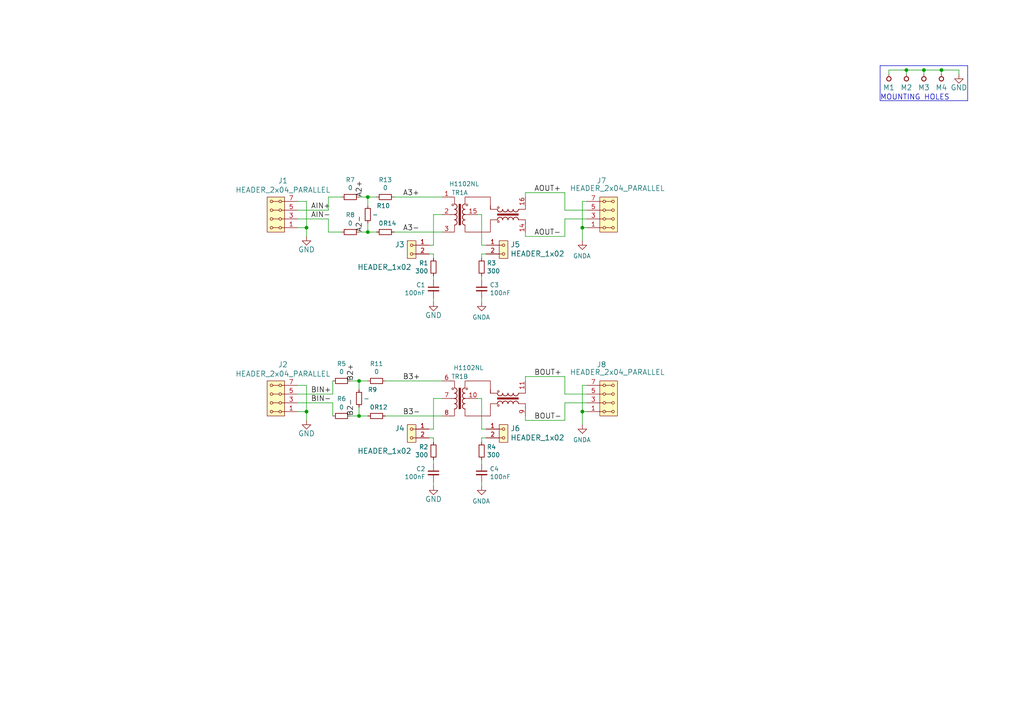
<source format=kicad_sch>
(kicad_sch (version 20230121) (generator eeschema)
  (paper "A4")
  (title_block (title "SYMTRANS01A") (date "%F") (rev "REV") (company "Mlab www.mlab.cz") (comment 2 "Low frequency analog\\nsignal balun") (comment 3 "jacho@mlab.cz"))
  (lib_symbols
    (symbol "SYMTRANS01-rescue:C_Small" (pin_numbers hide) (pin_names (offset 0.254) hide)
      (property "Reference" "C" (at 0.254 1.778 0))
      (property "Value" "C_Small" (at 0.254 -2.032 0))
      (symbol "C_Small_0_1"
        (polyline (pts (xy -1.524 -0.508) (xy 1.524 -0.508)) (stroke (width 0.3302)))
        (polyline (pts (xy -1.524 0.508) (xy 1.524 0.508)) (stroke (width 0.3048)))
      )
      (symbol "C_Small_1_1"
        (pin passive line (at 0 2.54 270) (length 1.905) (name "~") (number "1"))
        (pin passive line (at 0 -2.54 90) (length 2.032) (name "~") (number "2"))
      )
    )
    (symbol "SYMTRANS01-rescue:GND" (power) (pin_names (offset 0))
      (property "Value" "GND" (at 0 -3.81 0))
      (symbol "GND_0_1"
        (polyline (pts (xy 0 0) (xy 0 -1.27) (xy 1.27 -1.27) (xy 0 -2.54) (xy -1.27 -1.27) (xy 0 -1.27)))
      )
      (symbol "GND_1_1"
        (pin power_in line (at 0 0 270) (length 0) hide (name "GND") (number "1"))
      )
    )
    (symbol "SYMTRANS01-rescue:GNDA" (power) (pin_names (offset 0))
      (property "Value" "GNDA" (at 0 -3.81 0))
      (symbol "GNDA_0_1"
        (polyline (pts (xy 0 0) (xy 0 -1.27) (xy 1.27 -1.27) (xy 0 -2.54) (xy -1.27 -1.27) (xy 0 -1.27)))
      )
      (symbol "GNDA_1_1"
        (pin power_in line (at 0 0 270) (length 0) hide (name "GNDA") (number "1"))
      )
    )
    (symbol "SYMTRANS01-rescue:HEADER_1x02" (pin_names (offset 1.016))
      (property "Reference" "J" (at 0 -3.81 0))
      (property "Value" "HEADER_1x02" (at 0 3.81 0))
      (symbol "HEADER_1x02_0_1"
        (rectangle (start -1.27 2.54) (end 1.27 -2.54) (fill (type background)))
        (circle (center 0 -1.27) (radius 0.381))
        (polyline (pts (xy -1.27 -1.27) (xy -0.381 -1.27)))
        (polyline (pts (xy -1.27 1.27) (xy -0.381 1.27)))
        (circle (center 0 1.27) (radius 0.381))
      )
      (symbol "HEADER_1x02_1_1"
        (pin input line (at -5.08 1.27 0) (length 3.81) (name "~") (number "1"))
        (pin input line (at -5.08 -1.27 0) (length 3.81) (name "~") (number "2"))
      )
    )
    (symbol "SYMTRANS01-rescue:HEADER_2x04_PARALLEL" (pin_names (offset 1.016))
      (property "Reference" "J" (at 0 -6.35 0))
      (property "Value" "HEADER_2x04_PARALLEL" (at 0 6.35 0))
      (symbol "HEADER_2x04_PARALLEL_0_1"
        (rectangle (start -2.54 5.08) (end 2.54 -5.08) (fill (type background)))
        (circle (center -1.27 -3.81) (radius 0.381))
        (circle (center -1.27 -1.27) (radius 0.381))
        (circle (center -1.27 1.27) (radius 0.381))
        (circle (center -1.27 3.81) (radius 0.381))
        (polyline (pts (xy -1.651 -3.81) (xy -2.54 -3.81)))
        (polyline (pts (xy -1.651 -1.27) (xy -2.54 -1.27)))
        (polyline (pts (xy -1.651 1.27) (xy -2.54 1.27)))
        (polyline (pts (xy -1.651 3.81) (xy -2.54 3.81)))
        (polyline (pts (xy -0.889 -3.81) (xy 0.889 -3.81)))
        (polyline (pts (xy -0.889 -1.27) (xy 0.889 -1.27)))
        (polyline (pts (xy -0.889 1.27) (xy 0.889 1.27)))
        (polyline (pts (xy -0.889 3.81) (xy 0.889 3.81)))
        (circle (center 1.27 -3.81) (radius 0.381))
        (circle (center 1.27 -1.27) (radius 0.381))
        (circle (center 1.27 1.27) (radius 0.381))
        (circle (center 1.27 3.81) (radius 0.381))
      )
      (symbol "HEADER_2x04_PARALLEL_1_1"
        (pin input line (at -6.35 3.81 0) (length 3.81) (name "~") (number "1"))
        (pin input line (at -6.35 3.81 0) (length 3.81) hide (name "~") (number "2"))
        (pin input line (at -6.35 1.27 0) (length 3.81) (name "~") (number "3"))
        (pin input line (at -6.35 1.27 0) (length 3.81) hide (name "~") (number "4"))
        (pin input line (at -6.35 -1.27 0) (length 3.81) (name "~") (number "5"))
        (pin input line (at -6.35 -1.27 0) (length 3.81) hide (name "~") (number "6"))
        (pin input line (at -6.35 -3.81 0) (length 3.81) (name "~") (number "7"))
        (pin input line (at -6.35 -3.81 0) (length 3.81) hide (name "~") (number "8"))
      )
    )
    (symbol "SYMTRANS01-rescue:HOLE" (pin_numbers hide) (pin_names (offset 1.016) hide)
      (property "Reference" "M" (at 0 2.54 0))
      (property "Value" "HOLE" (at 0 -2.54 0))
      (symbol "HOLE_0_1"
        (circle (center 0 0) (radius 0.635) (stroke (width 0.254)))
      )
      (symbol "HOLE_1_1"
        (pin input line (at 1.27 0 180) (length 0.635) (name "~") (number "1"))
      )
    )
    (symbol "SYMTRANS01-rescue:R_Small" (pin_numbers hide) (pin_names (offset 0.254) hide)
      (property "Reference" "R" (at 0.762 0.508 0))
      (property "Value" "R_Small" (at 0.762 -1.016 0))
      (symbol "R_Small_0_1"
        (rectangle (start -0.762 1.778) (end 0.762 -1.778) (stroke (width 0.2032)))
      )
      (symbol "R_Small_1_1"
        (pin passive line (at 0 2.54 270) (length 0.762) (name "~") (number "1"))
        (pin passive line (at 0 -2.54 90) (length 0.762) (name "~") (number "2"))
      )
    )
    (symbol "SYMTRANS01-rescue:TRANSF5-RESCUE-SYMTRANS01A" (pin_names (offset 0))
      (property "Reference" "TR" (at 0 6.35 0))
      (property "Value" "TRANSF5-RESCUE-SYMTRANS01A" (at 0 -6.35 0))
      (symbol "TRANSF5-RESCUE-SYMTRANS01A_0_1"
        (circle (center -2.032 2.794) (radius 0.254))
        (arc (start -1.524 -3.048) (mid -0.7653 -2.286) (end -1.524 -1.524) (stroke (width 0.2032)))
        (arc (start -1.524 -1.524) (mid -0.7653 -0.762) (end -1.524 0) (stroke (width 0.2032)))
        (arc (start -1.524 0) (mid -0.7653 0.762) (end -1.524 1.524) (stroke (width 0.2032)))
        (arc (start -1.524 1.524) (mid -0.7653 2.286) (end -1.524 3.048) (stroke (width 0.2032)))
        (rectangle (start -0.254 3.048) (end 0.254 -3.048) (stroke (width 0.0254)) (fill (type outline)))
        (polyline (pts (xy -1.524 0) (xy -2.54 0) (xy -2.54 0)) (fill (type outline)))
        (polyline (pts (xy 1.524 0) (xy 2.54 0) (xy 2.54 0)) (fill (type outline)))
        (polyline (pts (xy 8.89 -2.54) (xy 8.89 -5.08) (xy 2.54 -5.08)))
        (polyline (pts (xy -2.54 5.08) (xy -1.524 5.08) (xy -1.524 3.048) (xy -1.524 3.048)) (stroke (width 0.1524)))
        (polyline (pts (xy -1.524 -3.048) (xy -1.524 -5.08) (xy -2.54 -5.08) (xy -2.54 -5.08)) (stroke (width 0.1524)))
        (polyline (pts (xy 1.524 3.048) (xy 1.524 5.08) (xy 2.54 5.08) (xy 2.54 5.08)) (stroke (width 0.1524)))
        (polyline (pts (xy 2.54 -5.08) (xy 1.524 -5.08) (xy 1.524 -3.048) (xy 1.524 -3.048)) (stroke (width 0.1524)))
        (polyline (pts (xy 2.54 5.08) (xy 8.89 5.08) (xy 8.89 2.54) (xy 8.89 1.524)))
        (polyline (pts (xy 8.89 -2.54) (xy 8.89 -1.524) (xy 10.922 -1.524) (xy 10.922 -1.524)) (stroke (width 0.1524)))
        (polyline (pts (xy 10.922 1.524) (xy 8.89 1.524) (xy 8.89 2.54) (xy 8.89 2.54)) (stroke (width 0.1524)))
        (polyline (pts (xy 17.018 -1.524) (xy 19.05 -1.524) (xy 19.05 -2.54) (xy 19.05 -2.54)) (stroke (width 0.1524)))
        (polyline (pts (xy 19.05 2.54) (xy 19.05 1.524) (xy 17.018 1.524) (xy 17.018 1.524)) (stroke (width 0.1524)))
        (arc (start 1.524 -1.524) (mid 0.7653 -2.286) (end 1.524 -3.048) (stroke (width 0.2032)))
        (arc (start 1.524 0) (mid 0.7653 -0.762) (end 1.524 -1.524) (stroke (width 0.2032)))
        (arc (start 1.524 1.524) (mid 0.7653 0.762) (end 1.524 0) (stroke (width 0.2032)))
        (arc (start 1.524 3.048) (mid 0.7653 2.286) (end 1.524 1.524) (stroke (width 0.2032)))
        (circle (center 2.032 2.794) (radius 0.254))
        (rectangle (start 10.922 -0.254) (end 17.018 0.254) (stroke (width 0.0254)) (fill (type outline)))
        (arc (start 10.922 1.524) (mid 11.684 0.7653) (end 12.446 1.524) (stroke (width 0.2032)))
        (circle (center 11.176 -2.032) (radius 0.254))
        (circle (center 11.176 2.032) (radius 0.254))
        (arc (start 12.446 -1.524) (mid 11.684 -0.7653) (end 10.922 -1.524) (stroke (width 0.2032)))
        (arc (start 12.446 1.524) (mid 13.208 0.7653) (end 13.97 1.524) (stroke (width 0.2032)))
        (arc (start 13.97 -1.524) (mid 13.208 -0.7653) (end 12.446 -1.524) (stroke (width 0.2032)))
        (arc (start 13.97 1.524) (mid 14.732 0.7653) (end 15.494 1.524) (stroke (width 0.2032)))
        (arc (start 15.494 -1.524) (mid 14.732 -0.7653) (end 13.97 -1.524) (stroke (width 0.2032)))
        (arc (start 15.494 1.524) (mid 16.256 0.7653) (end 17.018 1.524) (stroke (width 0.2032)))
        (arc (start 17.018 -1.524) (mid 16.256 -0.7653) (end 15.494 -1.524) (stroke (width 0.2032)))
      )
      (symbol "TRANSF5-RESCUE-SYMTRANS01A_1_1"
        (pin passive line (at -5.08 5.08 0) (length 2.54) (name "~") (number "1"))
        (pin passive line (at 19.05 -5.08 90) (length 2.54) (name "~") (number "14"))
        (pin passive line (at 5.08 0 180) (length 2.54) (name "~") (number "15"))
        (pin passive line (at 19.05 5.08 270) (length 2.54) (name "~") (number "16"))
        (pin passive line (at -5.08 0 0) (length 2.54) (name "~") (number "2"))
        (pin passive line (at -5.08 -5.08 0) (length 2.54) (name "~") (number "3"))
      )
      (symbol "TRANSF5-RESCUE-SYMTRANS01A_2_1"
        (pin passive line (at 5.08 0 180) (length 2.54) (name "~") (number "10"))
        (pin passive line (at 19.05 5.08 270) (length 2.54) (name "~") (number "11"))
        (pin passive line (at -5.08 5.08 0) (length 2.54) (name "~") (number "6"))
        (pin passive line (at -5.08 0 0) (length 2.54) (name "~") (number "7"))
        (pin passive line (at -5.08 -5.08 0) (length 2.54) (name "~") (number "8"))
        (pin passive line (at 19.05 -5.08 90) (length 2.54) (name "~") (number "9"))
      )
    )
  )
  (junction (at 168.91 66.04))
  (junction (at 262.89 20.32))
  (junction (at 106.68 67.31))
  (junction (at 88.9 66.04))
  (junction (at 88.9 119.38))
  (junction (at 168.91 119.38))
  (junction (at 104.14 120.65))
  (junction (at 267.97 20.32))
  (junction (at 106.68 57.15))
  (junction (at 104.14 110.49))
  (junction (at 273.05 20.32))
  (wire (pts (xy 86.36 116.84) (xy 96.52 116.84)))
  (wire (pts (xy 139.7 127) (xy 139.7 128.27)))
  (wire (pts (xy 106.68 64.77) (xy 106.68 67.31)))
  (wire (pts (xy 140.97 127) (xy 139.7 127)))
  (wire (pts (xy 125.73 133.35) (xy 125.73 134.62)))
  (wire (pts (xy 114.3 57.15) (xy 128.27 57.15)))
  (wire (pts (xy 170.18 111.76) (xy 168.91 111.76)))
  (polyline (pts (xy 280.67 19.05) (xy 280.67 29.21)))
  (wire (pts (xy 139.7 133.35) (xy 139.7 134.62)))
  (wire (pts (xy 168.91 111.76) (xy 168.91 119.38)))
  (wire (pts (xy 168.91 66.04) (xy 168.91 69.85)))
  (wire (pts (xy 278.13 21.59) (xy 278.13 20.32)))
  (wire (pts (xy 267.97 21.59) (xy 267.97 20.32)))
  (wire (pts (xy 262.89 20.32) (xy 257.81 20.32)))
  (wire (pts (xy 273.05 21.59) (xy 273.05 20.32)))
  (wire (pts (xy 124.46 71.12) (xy 125.73 71.12)))
  (polyline (pts (xy 280.67 29.21) (xy 255.27 29.21)))
  (wire (pts (xy 163.83 109.22) (xy 163.83 114.3)))
  (wire (pts (xy 86.36 119.38) (xy 88.9 119.38)))
  (wire (pts (xy 95.25 63.5) (xy 86.36 63.5)))
  (wire (pts (xy 138.43 62.23) (xy 139.7 62.23)))
  (wire (pts (xy 139.7 139.7) (xy 139.7 140.97)))
  (wire (pts (xy 273.05 20.32) (xy 267.97 20.32)))
  (wire (pts (xy 163.83 55.88) (xy 152.4 55.88)))
  (wire (pts (xy 96.52 114.3) (xy 96.52 110.49)))
  (wire (pts (xy 125.73 127) (xy 125.73 128.27)))
  (wire (pts (xy 267.97 20.32) (xy 262.89 20.32)))
  (wire (pts (xy 106.68 120.65) (xy 104.14 120.65)))
  (wire (pts (xy 104.14 67.31) (xy 106.68 67.31)))
  (wire (pts (xy 163.83 116.84) (xy 163.83 121.92)))
  (wire (pts (xy 86.36 60.96) (xy 95.25 60.96)))
  (wire (pts (xy 88.9 111.76) (xy 88.9 119.38)))
  (wire (pts (xy 152.4 121.92) (xy 163.83 121.92)))
  (wire (pts (xy 95.25 57.15) (xy 99.06 57.15)))
  (wire (pts (xy 257.81 20.32) (xy 257.81 21.59)))
  (wire (pts (xy 125.73 71.12) (xy 125.73 62.23)))
  (wire (pts (xy 140.97 124.46) (xy 139.7 124.46)))
  (wire (pts (xy 139.7 86.36) (xy 139.7 87.63)))
  (wire (pts (xy 106.68 67.31) (xy 109.22 67.31)))
  (wire (pts (xy 125.73 139.7) (xy 125.73 140.97)))
  (wire (pts (xy 101.6 110.49) (xy 104.14 110.49)))
  (wire (pts (xy 128.27 115.57) (xy 125.73 115.57)))
  (wire (pts (xy 125.73 73.66) (xy 125.73 74.93)))
  (wire (pts (xy 140.97 71.12) (xy 139.7 71.12)))
  (wire (pts (xy 168.91 58.42) (xy 168.91 66.04)))
  (wire (pts (xy 124.46 73.66) (xy 125.73 73.66)))
  (wire (pts (xy 109.22 57.15) (xy 106.68 57.15)))
  (wire (pts (xy 139.7 71.12) (xy 139.7 62.23)))
  (wire (pts (xy 96.52 116.84) (xy 96.52 120.65)))
  (wire (pts (xy 170.18 63.5) (xy 163.83 63.5)))
  (wire (pts (xy 104.14 110.49) (xy 106.68 110.49)))
  (wire (pts (xy 163.83 114.3) (xy 170.18 114.3)))
  (wire (pts (xy 106.68 59.69) (xy 106.68 57.15)))
  (wire (pts (xy 86.36 66.04) (xy 88.9 66.04)))
  (wire (pts (xy 88.9 119.38) (xy 88.9 121.92)))
  (wire (pts (xy 152.4 68.58) (xy 163.83 68.58)))
  (wire (pts (xy 170.18 119.38) (xy 168.91 119.38)))
  (wire (pts (xy 139.7 73.66) (xy 139.7 74.93)))
  (wire (pts (xy 95.25 67.31) (xy 95.25 63.5)))
  (wire (pts (xy 168.91 119.38) (xy 168.91 123.19)))
  (wire (pts (xy 104.14 120.65) (xy 101.6 120.65)))
  (wire (pts (xy 125.73 86.36) (xy 125.73 87.63)))
  (wire (pts (xy 152.4 55.88) (xy 152.4 57.15)))
  (wire (pts (xy 125.73 124.46) (xy 125.73 115.57)))
  (wire (pts (xy 114.3 67.31) (xy 128.27 67.31)))
  (wire (pts (xy 88.9 66.04) (xy 88.9 68.58)))
  (wire (pts (xy 138.43 115.57) (xy 139.7 115.57)))
  (wire (pts (xy 262.89 21.59) (xy 262.89 20.32)))
  (wire (pts (xy 170.18 116.84) (xy 163.83 116.84)))
  (wire (pts (xy 128.27 62.23) (xy 125.73 62.23)))
  (wire (pts (xy 163.83 60.96) (xy 170.18 60.96)))
  (wire (pts (xy 111.76 110.49) (xy 128.27 110.49)))
  (wire (pts (xy 170.18 66.04) (xy 168.91 66.04)))
  (wire (pts (xy 152.4 109.22) (xy 152.4 110.49)))
  (wire (pts (xy 104.14 113.03) (xy 104.14 110.49)))
  (wire (pts (xy 152.4 120.65) (xy 152.4 121.92)))
  (wire (pts (xy 86.36 58.42) (xy 88.9 58.42)))
  (wire (pts (xy 99.06 67.31) (xy 95.25 67.31)))
  (wire (pts (xy 106.68 57.15) (xy 104.14 57.15)))
  (wire (pts (xy 88.9 58.42) (xy 88.9 66.04)))
  (wire (pts (xy 163.83 63.5) (xy 163.83 68.58)))
  (polyline (pts (xy 255.27 29.21) (xy 255.27 19.05)))
  (wire (pts (xy 170.18 58.42) (xy 168.91 58.42)))
  (wire (pts (xy 163.83 109.22) (xy 152.4 109.22)))
  (wire (pts (xy 86.36 114.3) (xy 96.52 114.3)))
  (wire (pts (xy 139.7 124.46) (xy 139.7 115.57)))
  (wire (pts (xy 278.13 20.32) (xy 273.05 20.32)))
  (wire (pts (xy 139.7 80.01) (xy 139.7 81.28)))
  (wire (pts (xy 125.73 80.01) (xy 125.73 81.28)))
  (wire (pts (xy 152.4 67.31) (xy 152.4 68.58)))
  (wire (pts (xy 124.46 124.46) (xy 125.73 124.46)))
  (wire (pts (xy 86.36 111.76) (xy 88.9 111.76)))
  (wire (pts (xy 111.76 120.65) (xy 128.27 120.65)))
  (wire (pts (xy 124.46 127) (xy 125.73 127)))
  (wire (pts (xy 104.14 118.11) (xy 104.14 120.65)))
  (wire (pts (xy 95.25 60.96) (xy 95.25 57.15)))
  (wire (pts (xy 140.97 73.66) (xy 139.7 73.66)))
  (wire (pts (xy 163.83 55.88) (xy 163.83 60.96)))
  (polyline (pts (xy 255.27 19.05) (xy 280.67 19.05)))
  (text "MOUNTING HOLES" (at 255.27 29.21 0) (effects (font (size 1.524 1.524)) (justify left bottom)))
  (label "BIN+" (at 90.17 114.3 0) (effects (font (size 1.524 1.524))))
  (label "B3-" (at 116.84 120.65 0) (effects (font (size 1.524 1.524))))
  (label "BIN-" (at 90.17 116.84 0) (effects (font (size 1.524 1.524))))
  (label "A2+" (at 105.41 57.15 90) (effects (font (size 1.524 1.524))))
  (label "AIN-" (at 90.17 63.5 0) (effects (font (size 1.524 1.524))))
  (label "AOUT-" (at 154.94 68.58 0) (effects (font (size 1.524 1.524))))
  (label "A3-" (at 116.84 67.31 0) (effects (font (size 1.524 1.524))))
  (label "B2-" (at 102.87 120.65 90) (effects (font (size 1.524 1.524))))
  (label "AIN+" (at 90.17 60.96 0) (effects (font (size 1.524 1.524))))
  (label "A3+" (at 116.84 57.15 0) (effects (font (size 1.524 1.524))))
  (label "AOUT+" (at 154.94 55.88 0) (effects (font (size 1.524 1.524))))
  (label "B2+" (at 102.87 110.49 90) (effects (font (size 1.524 1.524))))
  (label "BOUT+" (at 154.94 109.22 0) (effects (font (size 1.524 1.524))))
  (label "A2-" (at 105.41 67.31 90) (effects (font (size 1.524 1.524))))
  (label "B3+" (at 116.84 110.49 0) (effects (font (size 1.524 1.524))))
  (label "BOUT-" (at 154.94 121.92 0) (effects (font (size 1.524 1.524))))
  (symbol (lib_id "SYMTRANS01-rescue:HOLE") (at 257.81 22.86 90) (unit 1)
    (property "Reference" "M1" (at 257.81 25.4 90) (effects (font (size 1.524 1.524))))
    (property "Value" "HOLE" (effects hide))
    (property "Footprint" "Mlab_Mechanical:MountingHole_3mm" (effects hide))
  )
  (symbol (lib_id "SYMTRANS01-rescue:HOLE") (at 262.89 22.86 90) (unit 1)
    (property "Reference" "M2" (at 262.89 25.4 90) (effects (font (size 1.524 1.524))))
    (property "Value" "HOLE" (effects hide))
    (property "Footprint" "Mlab_Mechanical:MountingHole_3mm" (effects hide))
  )
  (symbol (lib_id "SYMTRANS01-rescue:HOLE") (at 267.97 22.86 90) (unit 1)
    (property "Reference" "M3" (at 267.97 25.4 90) (effects (font (size 1.524 1.524))))
    (property "Value" "HOLE" (effects hide))
    (property "Footprint" "Mlab_Mechanical:MountingHole_3mm" (effects hide))
  )
  (symbol (lib_id "SYMTRANS01-rescue:HOLE") (at 273.05 22.86 90) (unit 1)
    (property "Reference" "M4" (at 273.05 25.4 90) (effects (font (size 1.524 1.524))))
    (property "Value" "HOLE" (effects hide))
    (property "Footprint" "Mlab_Mechanical:MountingHole_3mm" (effects hide))
  )
  (symbol (lib_id "SYMTRANS01-rescue:GND") (at 278.13 21.59 0) (unit 1)
    (property "Reference" "#PWR01" (effects hide))
    (property "Value" "GND" (at 278.13 25.4 0) (effects (font (size 1.524 1.524))))
  )
  (symbol (lib_id "SYMTRANS01-rescue:HEADER_2x04_PARALLEL") (at 176.53 62.23 0) (mirror x) (unit 1)
    (property "Reference" "J7" (at 174.4726 52.4002 0) (effects (font (size 1.524 1.524))))
    (property "Value" "HEADER_2x04_PARALLEL" (at 179.07 54.61 0) (effects (font (size 1.524 1.524))))
    (property "Footprint" "Mlab_Pin_Headers:Straight_2x04" (effects hide))
  )
  (symbol (lib_id "SYMTRANS01-rescue:GNDA") (at 168.91 69.85 0) (mirror y) (unit 1)
    (property "Reference" "#PWR02" (effects hide))
    (property "Value" "GNDA" (at 168.783 74.2442 0))
  )
  (symbol (lib_id "SYMTRANS01-rescue:C_Small") (at 139.7 83.82 0) (unit 1)
    (property "Reference" "C3" (at 142.0368 82.6516 0) (effects (justify left)))
    (property "Value" "100nF" (at 142.0368 84.963 0) (effects (justify left)))
    (property "Footprint" "Mlab_R:SMD-0805" (effects hide))
  )
  (symbol (lib_id "SYMTRANS01-rescue:R_Small") (at 106.68 62.23 0) (unit 1)
    (property "Reference" "R10" (at 109.22 59.69 0) (effects (justify left)))
    (property "Value" "-" (at 107.95 62.23 0) (effects (justify left)))
    (property "Footprint" "Mlab_R:SMD-0805" (effects hide))
  )
  (symbol (lib_id "SYMTRANS01-rescue:HEADER_1x02") (at 146.05 72.39 0) (unit 1)
    (property "Reference" "J5" (at 148.0312 70.9168 0) (effects (font (size 1.524 1.524)) (justify left)))
    (property "Value" "HEADER_1x02" (at 148.0312 73.6092 0) (effects (font (size 1.524 1.524)) (justify left)))
    (property "Footprint" "Mlab_Pin_Headers:Straight_2x01" (effects hide))
  )
  (symbol (lib_id "SYMTRANS01-rescue:R_Small") (at 139.7 77.47 0) (unit 1)
    (property "Reference" "R3" (at 141.1986 76.3016 0) (effects (justify left)))
    (property "Value" "300" (at 141.1986 78.613 0) (effects (justify left)))
    (property "Footprint" "Mlab_R:SMD-0805" (effects hide))
  )
  (symbol (lib_id "SYMTRANS01-rescue:R_Small") (at 101.6 57.15 270) (unit 1)
    (property "Reference" "R7" (at 101.6 52.1716 90))
    (property "Value" "0" (at 101.6 54.483 90))
    (property "Footprint" "Mlab_R:SMD-0805" (effects hide))
  )
  (symbol (lib_id "SYMTRANS01-rescue:R_Small") (at 101.6 67.31 270) (unit 1)
    (property "Reference" "R8" (at 101.6 62.3316 90))
    (property "Value" "0" (at 101.6 64.77 90))
    (property "Footprint" "Mlab_R:SMD-0805" (effects hide))
  )
  (symbol (lib_id "SYMTRANS01-rescue:R_Small") (at 111.76 57.15 270) (unit 1)
    (property "Reference" "R13" (at 111.76 52.1716 90))
    (property "Value" "0" (at 111.76 54.483 90))
    (property "Footprint" "Mlab_R:SMD-0805" (effects hide))
  )
  (symbol (lib_id "SYMTRANS01-rescue:R_Small") (at 111.76 67.31 270) (unit 1)
    (property "Reference" "R14" (at 113.03 64.77 90))
    (property "Value" "0" (at 110.49 64.77 90))
    (property "Footprint" "Mlab_R:SMD-0805" (effects hide))
  )
  (symbol (lib_id "SYMTRANS01-rescue:C_Small") (at 125.73 83.82 0) (mirror y) (unit 1)
    (property "Reference" "C1" (at 123.3932 82.6516 0) (effects (justify left)))
    (property "Value" "100nF" (at 123.3932 84.963 0) (effects (justify left)))
    (property "Footprint" "Mlab_R:SMD-0805" (effects hide))
  )
  (symbol (lib_id "SYMTRANS01-rescue:GND") (at 125.73 87.63 0) (mirror y) (unit 1)
    (property "Reference" "#PWR03" (effects hide))
    (property "Value" "GND" (at 125.73 91.44 0) (effects (font (size 1.524 1.524))))
  )
  (symbol (lib_id "SYMTRANS01-rescue:HEADER_1x02") (at 119.38 72.39 0) (mirror y) (unit 1)
    (property "Reference" "J3" (at 117.3988 70.9168 0) (effects (font (size 1.524 1.524)) (justify left)))
    (property "Value" "HEADER_1x02" (at 119.38 77.47 0) (effects (font (size 1.524 1.524)) (justify left)))
    (property "Footprint" "Mlab_Pin_Headers:Straight_2x01" (effects hide))
  )
  (symbol (lib_id "SYMTRANS01-rescue:R_Small") (at 125.73 77.47 0) (mirror y) (unit 1)
    (property "Reference" "R1" (at 124.2314 76.3016 0) (effects (justify left)))
    (property "Value" "300" (at 124.2314 78.613 0) (effects (justify left)))
    (property "Footprint" "Mlab_R:SMD-0805" (effects hide))
  )
  (symbol (lib_id "SYMTRANS01-rescue:HEADER_2x04_PARALLEL") (at 80.01 62.23 180) (unit 1)
    (property "Reference" "J1" (at 82.0674 52.4002 0) (effects (font (size 1.524 1.524))))
    (property "Value" "HEADER_2x04_PARALLEL" (at 82.0674 55.0926 0) (effects (font (size 1.524 1.524))))
    (property "Footprint" "Mlab_Pin_Headers:Straight_2x04" (effects hide))
  )
  (symbol (lib_id "SYMTRANS01-rescue:GNDA") (at 139.7 87.63 0) (mirror y) (unit 1)
    (property "Reference" "#PWR04" (effects hide))
    (property "Value" "GNDA" (at 139.573 92.0242 0))
  )
  (symbol (lib_id "SYMTRANS01-rescue:GND") (at 88.9 68.58 0) (mirror y) (unit 1)
    (property "Reference" "#PWR05" (effects hide))
    (property "Value" "GND" (at 88.9 72.39 0) (effects (font (size 1.524 1.524))))
  )
  (symbol (lib_id "SYMTRANS01-rescue:HEADER_2x04_PARALLEL") (at 176.53 115.57 0) (mirror x) (unit 1)
    (property "Reference" "J8" (at 174.4726 105.7402 0) (effects (font (size 1.524 1.524))))
    (property "Value" "HEADER_2x04_PARALLEL" (at 179.07 107.95 0) (effects (font (size 1.524 1.524))))
    (property "Footprint" "Mlab_Pin_Headers:Straight_2x04" (effects hide))
  )
  (symbol (lib_id "SYMTRANS01-rescue:GNDA") (at 168.91 123.19 0) (mirror y) (unit 1)
    (property "Reference" "#PWR06" (effects hide))
    (property "Value" "GNDA" (at 168.783 127.5842 0))
  )
  (symbol (lib_id "SYMTRANS01-rescue:C_Small") (at 139.7 137.16 0) (unit 1)
    (property "Reference" "C4" (at 142.0368 135.9916 0) (effects (justify left)))
    (property "Value" "100nF" (at 142.0368 138.303 0) (effects (justify left)))
    (property "Footprint" "Mlab_R:SMD-0805" (effects hide))
  )
  (symbol (lib_id "SYMTRANS01-rescue:HEADER_1x02") (at 146.05 125.73 0) (unit 1)
    (property "Reference" "J6" (at 148.0312 124.2568 0) (effects (font (size 1.524 1.524)) (justify left)))
    (property "Value" "HEADER_1x02" (at 148.0312 126.9492 0) (effects (font (size 1.524 1.524)) (justify left)))
    (property "Footprint" "Mlab_Pin_Headers:Straight_2x01" (effects hide))
  )
  (symbol (lib_id "SYMTRANS01-rescue:R_Small") (at 139.7 130.81 0) (unit 1)
    (property "Reference" "R4" (at 141.1986 129.6416 0) (effects (justify left)))
    (property "Value" "300" (at 141.1986 131.953 0) (effects (justify left)))
    (property "Footprint" "Mlab_R:SMD-0805" (effects hide))
  )
  (symbol (lib_id "SYMTRANS01-rescue:C_Small") (at 125.73 137.16 0) (mirror y) (unit 1)
    (property "Reference" "C2" (at 123.3932 135.9916 0) (effects (justify left)))
    (property "Value" "100nF" (at 123.3932 138.303 0) (effects (justify left)))
    (property "Footprint" "Mlab_R:SMD-0805" (effects hide))
  )
  (symbol (lib_id "SYMTRANS01-rescue:GND") (at 125.73 140.97 0) (mirror y) (unit 1)
    (property "Reference" "#PWR07" (effects hide))
    (property "Value" "GND" (at 125.73 144.78 0) (effects (font (size 1.524 1.524))))
  )
  (symbol (lib_id "SYMTRANS01-rescue:HEADER_1x02") (at 119.38 125.73 0) (mirror y) (unit 1)
    (property "Reference" "J4" (at 117.3988 124.2568 0) (effects (font (size 1.524 1.524)) (justify left)))
    (property "Value" "HEADER_1x02" (at 119.38 130.81 0) (effects (font (size 1.524 1.524)) (justify left)))
    (property "Footprint" "Mlab_Pin_Headers:Straight_2x01" (effects hide))
  )
  (symbol (lib_id "SYMTRANS01-rescue:R_Small") (at 125.73 130.81 0) (mirror y) (unit 1)
    (property "Reference" "R2" (at 124.2314 129.6416 0) (effects (justify left)))
    (property "Value" "300" (at 124.2314 131.953 0) (effects (justify left)))
    (property "Footprint" "Mlab_R:SMD-0805" (effects hide))
  )
  (symbol (lib_id "SYMTRANS01-rescue:HEADER_2x04_PARALLEL") (at 80.01 115.57 180) (unit 1)
    (property "Reference" "J2" (at 82.0674 105.7402 0) (effects (font (size 1.524 1.524))))
    (property "Value" "HEADER_2x04_PARALLEL" (at 82.0674 108.4326 0) (effects (font (size 1.524 1.524))))
    (property "Footprint" "Mlab_Pin_Headers:Straight_2x04" (effects hide))
  )
  (symbol (lib_id "SYMTRANS01-rescue:GNDA") (at 139.7 140.97 0) (mirror y) (unit 1)
    (property "Reference" "#PWR08" (effects hide))
    (property "Value" "GNDA" (at 139.573 145.3642 0))
  )
  (symbol (lib_id "SYMTRANS01-rescue:GND") (at 88.9 121.92 0) (mirror y) (unit 1)
    (property "Reference" "#PWR09" (effects hide))
    (property "Value" "GND" (at 88.9 125.73 0) (effects (font (size 1.524 1.524))))
  )
  (symbol (lib_id "SYMTRANS01-rescue:R_Small") (at 104.14 115.57 0) (unit 1)
    (property "Reference" "R9" (at 106.68 113.03 0) (effects (justify left)))
    (property "Value" "-" (at 105.41 115.57 0) (effects (justify left)))
    (property "Footprint" "Mlab_R:SMD-0805" (effects hide))
  )
  (symbol (lib_id "SYMTRANS01-rescue:R_Small") (at 99.06 110.49 270) (unit 1)
    (property "Reference" "R5" (at 99.06 105.5116 90))
    (property "Value" "0" (at 99.06 107.823 90))
    (property "Footprint" "Mlab_R:SMD-0805" (effects hide))
  )
  (symbol (lib_id "SYMTRANS01-rescue:R_Small") (at 99.06 120.65 270) (unit 1)
    (property "Reference" "R6" (at 99.06 115.6716 90))
    (property "Value" "0" (at 99.06 118.11 90))
    (property "Footprint" "Mlab_R:SMD-0805" (effects hide))
  )
  (symbol (lib_id "SYMTRANS01-rescue:R_Small") (at 109.22 110.49 270) (unit 1)
    (property "Reference" "R11" (at 109.22 105.5116 90))
    (property "Value" "0" (at 109.22 107.823 90))
    (property "Footprint" "Mlab_R:SMD-0805" (effects hide))
  )
  (symbol (lib_id "SYMTRANS01-rescue:R_Small") (at 109.22 120.65 270) (unit 1)
    (property "Reference" "R12" (at 110.49 118.11 90))
    (property "Value" "0" (at 107.95 118.11 90))
    (property "Footprint" "Mlab_R:SMD-0805" (effects hide))
  )
  (symbol (lib_id "SYMTRANS01-rescue:TRANSF5-RESCUE-SYMTRANS01A") (at 133.35 115.57 0) (unit 2)
    (property "Reference" "TR1" (at 133.35 109.22 0))
    (property "Value" "H1102NL" (at 135.89 106.68 0))
    (property "Footprint" "Mlab_TR:H110X_H1121_HX1188" (effects hide))
  )
  (symbol (lib_id "SYMTRANS01-rescue:TRANSF5-RESCUE-SYMTRANS01A") (at 133.35 62.23 0) (unit 1)
    (property "Reference" "TR1" (at 133.35 55.88 0))
    (property "Value" "H1102NL" (at 134.62 53.34 0))
    (property "Footprint" "Mlab_TR:H110X_H1121_HX1188" (effects hide))
  )
)
</source>
